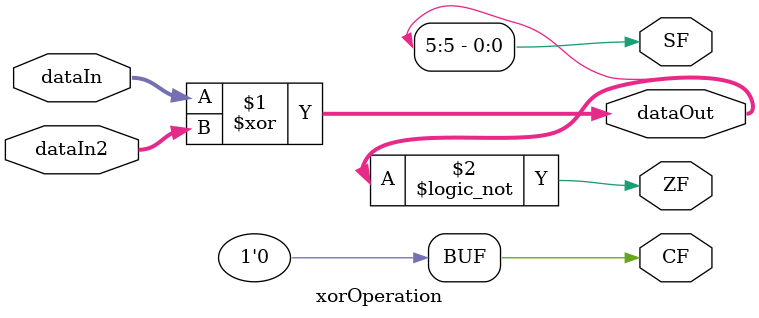
<source format=v>
module xorOperation(
    input [5:0] dataIn,
    input [5:0] dataIn2,
    output [5:0] dataOut,
    output CF,
    output ZF,
    output SF
);
assign dataOut = dataIn ^ dataIn2;
assign CF = 1'b0;
assign ZF = (dataOut == 0);
assign SF = dataOut[5];
endmodule
</source>
